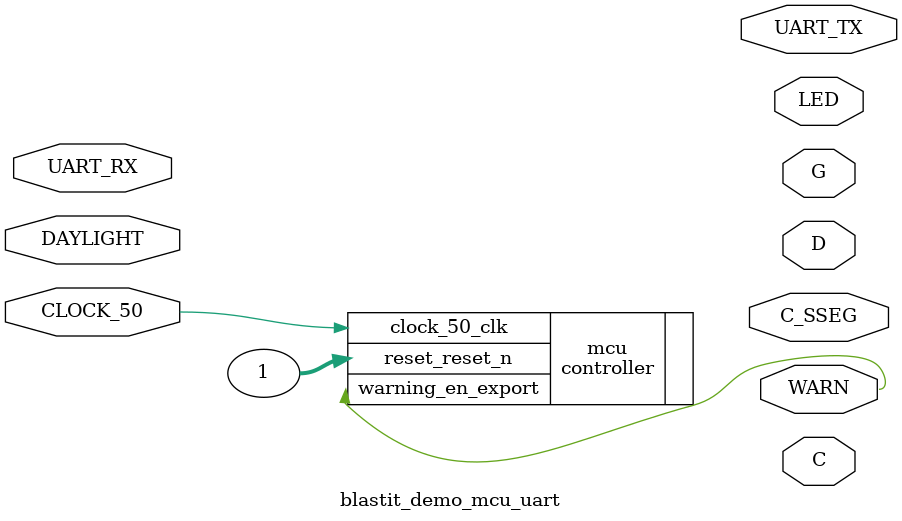
<source format=v>
module blastit_demo_mcu_uart
(
	//
	// 50Mhz clock signal
	//
	input wire CLOCK_50,

	//
	// Daylight operation indicator
	//
	input wire DAYLIGHT,
	
	//
	// UART RX
	//
	input wire UART_RX,
	
	//
	// Seven segment selector output
	//
	output wire[7:0] C_SSEG,
	
	//
	// Seven segment selector address input
	//
	output wire[15:0] C,
	
	//
	// Diode array address output
	//
	output wire[9:0] D,
	
	//
	// Diode array address input
	//
	output wire[9:0] G,
	
	//
	// UART TX
	// 
	output wire UART_TX,
	
	//
	// (Possibly unused) status LEDs
	//
	output wire[3:0] LED,
	
	//
	// Warning indicator
	//
	output wire WARN
);

   // Microcontroller
	controller mcu(.clock_50_clk(CLOCK_50), .reset_reset_n(1), .warning_en_export(WARN));

	
endmodule
</source>
